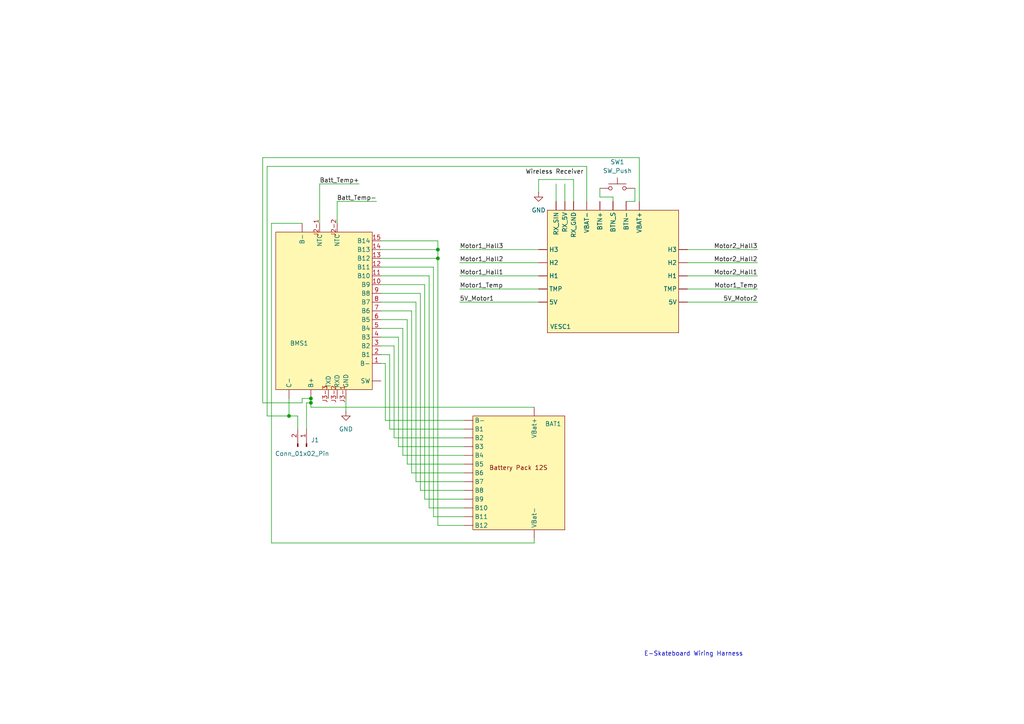
<source format=kicad_sch>
(kicad_sch (version 20250114) (generator "eeschema") (generator_version "9.0")
  (paper "A4")
  (lib_symbols
    (symbol "Connector:Conn_01x02_Pin" (pin_names (offset 1.016) (hide yes))
      (property "Reference" "J1" (at 1.9051 -3.81 90))
      (property "Value" "Conn_01x02_Pin" (at -0.6349 -3.81 90))
      (symbol "Conn_01x02_Pin_1_1"
        (rectangle (start 0.8636 0.127) (end 0 -0.127) (stroke (width 0.1524)) (fill (type outline)))
        (rectangle (start 0.8636 -2.413) (end 0 -2.667) (stroke (width 0.1524)) (fill (type outline)))
        (polyline (pts (xy 1.27 0) (xy 0.8636 0)) (stroke (width 0.1524)))
        (polyline (pts (xy 1.27 -2.54) (xy 0.8636 -2.54)) (stroke (width 0.1524)))
        (pin passive line (at 5.08 0 180) (length 3.81) (name "Pin_2") (number "2"))
        (pin passive line (at 5.08 -2.54 180) (length 3.81) (name "Pin_1") (number "1"))
      )
    )
    (symbol "Switch:SW_Push" (pin_numbers (hide yes)) (pin_names (offset 1.016) (hide yes))
      (property "Reference" "SW" (at 1.27 2.54 0))
      (property "Value" "SW_Push" (at 0 -1.524 0))
      (symbol "SW_Push_0_1"
        (circle (center -2.032 0) (radius 0.508))
        (polyline (pts (xy 0 1.27) (xy 0 3.048)))
        (circle (center 2.032 0) (radius 0.508))
        (polyline (pts (xy 2.54 1.27) (xy -2.54 1.27)))
        (pin passive line (at -5.08 0 0) (length 2.54) (name "1") (number "1"))
        (pin passive line (at 5.08 0 180) (length 2.54) (name "2") (number "2"))
      )
    )
    (symbol "harnessLibrary:12sBatteryPack"
      (property "Reference" "BAT1" (at 21.844 20.574 0))
      (property "Value" "~" (at -7.62 5.0801 0))
      (symbol "12sBatteryPack_1_1"
        (rectangle (start -3.81 22.86) (end 22.86 -10.16) (fill (type color) (color 255 248 179 1)))
        (text "Battery Pack 12S" (at 9.398 7.874 0) (effects (font (size 1.27 1.27))))
        (pin passive line (at -6.35 21.59 0) (length 2.54) (name "B-") (number ""))
        (pin passive line (at -6.35 19.05 0) (length 2.54) (name "B1") (number ""))
        (pin passive line (at -6.35 16.51 0) (length 2.54) (name "B2") (number ""))
        (pin passive line (at -6.35 13.97 0) (length 2.54) (name "B3") (number ""))
        (pin passive line (at -6.35 11.43 0) (length 2.54) (name "B4") (number ""))
        (pin passive line (at -6.35 8.89 0) (length 2.54) (name "B5") (number ""))
        (pin passive line (at -6.35 6.35 0) (length 2.54) (name "B6") (number ""))
        (pin passive line (at -6.35 3.81 0) (length 2.54) (name "B7") (number ""))
        (pin passive line (at -6.35 1.27 0) (length 2.54) (name "B8") (number ""))
        (pin passive line (at -6.35 -1.27 0) (length 2.54) (name "B9") (number ""))
        (pin passive line (at -6.35 -3.81 0) (length 2.54) (name "B10") (number ""))
        (pin passive line (at -6.35 -6.35 0) (length 2.54) (name "B11") (number ""))
        (pin passive line (at -6.35 -8.89 0) (length 2.54) (name "B12") (number ""))
        (pin output line (at 13.97 25.4 270) (length 2.54) (name "VBat+") (number ""))
        (pin output line (at 13.97 -12.7 90) (length 2.54) (name "VBat-") (number ""))
      )
    )
    (symbol "harnessLibrary:Dual_FSESC4.20"
      (property "Reference" "VESC1" (at -51.308 9.398 0))
      (symbol "Dual_FSESC4.20_1_1"
        (rectangle (start -52.07 43.18) (end -13.97 7.62) (fill (type color) (color 255 248 179 1)))
        (pin input line (at -54.61 31.75 0) (length 2.54) (name "H3") (number ""))
        (pin input line (at -54.61 27.94 0) (length 2.54) (name "H2") (number ""))
        (pin input line (at -54.61 24.13 0) (length 2.54) (name "H1") (number ""))
        (pin input line (at -54.61 20.32 0) (length 2.54) (name "TMP") (number ""))
        (pin output line (at -54.61 16.51 0) (length 2.54) (name "5V") (number ""))
        (pin input line (at -49.53 45.72 270) (length 2.54) (name "RX_SIN") (number ""))
        (pin power_out line (at -46.99 45.72 270) (length 2.54) (name "RX_5V") (number ""))
        (pin power_out line (at -44.45 45.72 270) (length 2.54) (name "RX_GND") (number ""))
        (pin input line (at -40.64 45.72 270) (length 2.54) (name "VBAT-") (number ""))
        (pin power_out line (at -36.83 45.72 270) (length 2.54) (name "BTN+") (number ""))
        (pin input line (at -33.02 45.72 270) (length 2.54) (name "BTN_S") (number ""))
        (pin power_out line (at -29.21 45.72 270) (length 2.54) (name "BTN-") (number ""))
        (pin input line (at -25.4 45.72 270) (length 2.54) (name "VBAT+") (number ""))
        (pin input line (at -11.43 31.75 180) (length 2.54) (name "H3") (number ""))
        (pin input line (at -11.43 27.94 180) (length 2.54) (name "H2") (number ""))
        (pin input line (at -11.43 24.13 180) (length 2.54) (name "H1") (number ""))
        (pin input line (at -11.43 20.32 180) (length 2.54) (name "TMP") (number ""))
        (pin output line (at -11.43 16.51 180) (length 2.54) (name "5V") (number ""))
      )
    )
    (symbol "harnessLibrary:SP14S004"
      (property "Reference" "BMS1" (at -26.924 37.338 0))
      (symbol "SP14S004_1_1"
        (rectangle (start -50.8 50.8) (end -22.86 5.08) (fill (type color) (color 255 248 179 1)))
        (pin input line (at -53.34 48.26 0) (length 2.54) (name "SW") (number ""))
        (pin passive line (at -53.34 43.18 0) (length 2.54) (name "B-") (number "1"))
        (pin passive line (at -53.34 40.64 0) (length 2.54) (name "B1") (number "2"))
        (pin passive line (at -53.34 38.1 0) (length 2.54) (name "B2") (number "3"))
        (pin passive line (at -53.34 35.56 0) (length 2.54) (name "B3") (number "4"))
        (pin passive line (at -53.34 33.02 0) (length 2.54) (name "B4") (number "5"))
        (pin passive line (at -53.34 30.48 0) (length 2.54) (name "B5") (number "6"))
        (pin passive line (at -53.34 27.94 0) (length 2.54) (name "B6") (number "7"))
        (pin passive line (at -53.34 25.4 0) (length 2.54) (name "B7") (number "8"))
        (pin passive line (at -53.34 22.86 0) (length 2.54) (name "B8") (number "9"))
        (pin passive line (at -53.34 20.32 0) (length 2.54) (name "B9") (number "10"))
        (pin passive line (at -53.34 17.78 0) (length 2.54) (name "B10") (number "11"))
        (pin passive line (at -53.34 15.24 0) (length 2.54) (name "B11") (number "12"))
        (pin passive line (at -53.34 12.7 0) (length 2.54) (name "B12") (number "13"))
        (pin passive line (at -53.34 10.16 0) (length 2.54) (name "B13") (number "14"))
        (pin passive line (at -53.34 7.62 0) (length 2.54) (name "B14") (number "15"))
        (pin power_out line (at -43.18 53.34 270) (length 2.54) (name "GND") (number "J3-1"))
        (pin input line (at -40.64 53.34 270) (length 2.54) (name "RXD") (number "J3-2"))
        (pin passive line (at -40.64 2.54 90) (length 2.54) (name "NTC") (number "J2-2"))
        (pin output line (at -38.1 53.34 270) (length 2.54) (name "TXD") (number "J3-3"))
        (pin passive line (at -35.56 2.54 90) (length 2.54) (name "NTC") (number "J2-1"))
        (pin power_in line (at -33.02 53.34 270) (length 2.54) (name "B+") (number ""))
        (pin power_in line (at -30.48 2.54 90) (length 2.54) (name "B-") (number ""))
        (pin power_out line (at -26.67 53.34 270) (length 2.54) (name "C-") (number ""))
      )
    )
    (symbol "power:GND" (power) (pin_numbers (hide yes)) (pin_names (offset 0) (hide yes))
      (property "Value" "GND" (at 0 -3.81 0))
      (symbol "GND_0_1"
        (polyline (pts (xy 0 0) (xy 0 -1.27) (xy 1.27 -1.27) (xy 0 -2.54) (xy -1.27 -1.27) (xy 0 -1.27)))
      )
      (symbol "GND_1_1"
        (pin power_in line (at 0 0 270) (length 0) (name "~") (number "1"))
      )
    )
  )
  (text "E-Skateboard Wiring Harness" (at 201.168 189.738 0) (effects (font (size 1.27 1.27))))
  (junction (at 90.17 116.84))
  (junction (at 127 72.39))
  (junction (at 90.17 115.57))
  (junction (at 127 74.93))
  (junction (at 83.82 120.65))
  (wire (pts (xy 199.39 83.82) (xy 219.71 83.82)))
  (wire (pts (xy 90.17 118.11) (xy 154.94 118.11)))
  (wire (pts (xy 116.84 95.25) (xy 116.84 132.08)))
  (wire (pts (xy 110.49 77.47) (xy 125.73 77.47)))
  (wire (pts (xy 133.35 83.82) (xy 156.21 83.82)))
  (wire (pts (xy 127 72.39) (xy 127 74.93)))
  (wire (pts (xy 120.65 139.7) (xy 134.62 139.7)))
  (wire (pts (xy 110.49 90.17) (xy 119.38 90.17)))
  (wire (pts (xy 125.73 149.86) (xy 134.62 149.86)))
  (wire (pts (xy 125.73 77.47) (xy 125.73 149.86)))
  (wire (pts (xy 111.76 105.41) (xy 111.76 121.92)))
  (wire (pts (xy 90.17 115.57) (xy 90.17 116.84)))
  (wire (pts (xy 177.8 57.15) (xy 173.99 57.15)))
  (wire (pts (xy 86.36 120.65) (xy 83.82 120.65)))
  (wire (pts (xy 115.57 129.54) (xy 134.62 129.54)))
  (wire (pts (xy 166.37 52.07) (xy 166.37 58.42)))
  (wire (pts (xy 163.83 53.34) (xy 163.83 58.42)))
  (wire (pts (xy 118.11 134.62) (xy 134.62 134.62)))
  (wire (pts (xy 92.71 53.34) (xy 92.71 64.77)))
  (wire (pts (xy 110.49 105.41) (xy 111.76 105.41)))
  (wire (pts (xy 219.71 76.2) (xy 199.39 76.2)))
  (wire (pts (xy 114.3 100.33) (xy 114.3 127)))
  (wire (pts (xy 87.63 116.84) (xy 76.2 116.84)))
  (wire (pts (xy 110.49 97.79) (xy 115.57 97.79)))
  (wire (pts (xy 87.63 115.57) (xy 90.17 115.57)))
  (wire (pts (xy 87.63 64.77) (xy 78.74 64.77)))
  (wire (pts (xy 133.35 87.63) (xy 156.21 87.63)))
  (wire (pts (xy 113.03 124.46) (xy 134.62 124.46)))
  (wire (pts (xy 88.9 116.84) (xy 88.9 124.46)))
  (wire (pts (xy 177.8 58.42) (xy 177.8 57.15)))
  (wire (pts (xy 83.82 115.57) (xy 83.82 120.65)))
  (wire (pts (xy 170.18 48.26) (xy 170.18 58.42)))
  (wire (pts (xy 77.47 48.26) (xy 77.47 120.65)))
  (wire (pts (xy 123.19 82.55) (xy 123.19 144.78)))
  (wire (pts (xy 88.9 116.84) (xy 90.17 116.84)))
  (wire (pts (xy 120.65 87.63) (xy 120.65 139.7)))
  (wire (pts (xy 110.49 74.93) (xy 127 74.93)))
  (wire (pts (xy 110.49 92.71) (xy 118.11 92.71)))
  (wire (pts (xy 199.39 72.39) (xy 219.71 72.39)))
  (wire (pts (xy 90.17 116.84) (xy 90.17 118.11)))
  (wire (pts (xy 133.35 72.39) (xy 156.21 72.39)))
  (wire (pts (xy 118.11 92.71) (xy 118.11 134.62)))
  (wire (pts (xy 97.79 58.42) (xy 97.79 64.77)))
  (wire (pts (xy 124.46 147.32) (xy 134.62 147.32)))
  (wire (pts (xy 110.49 95.25) (xy 116.84 95.25)))
  (wire (pts (xy 124.46 80.01) (xy 124.46 147.32)))
  (wire (pts (xy 119.38 137.16) (xy 134.62 137.16)))
  (wire (pts (xy 156.21 80.01) (xy 133.35 80.01)))
  (wire (pts (xy 154.94 156.21) (xy 154.94 157.48)))
  (wire (pts (xy 78.74 157.48) (xy 154.94 157.48)))
  (wire (pts (xy 77.47 120.65) (xy 83.82 120.65)))
  (wire (pts (xy 181.61 58.42) (xy 184.15 58.42)))
  (wire (pts (xy 113.03 102.87) (xy 113.03 124.46)))
  (wire (pts (xy 87.63 115.57) (xy 87.63 116.84)))
  (wire (pts (xy 119.38 90.17) (xy 119.38 137.16)))
  (wire (pts (xy 114.3 127) (xy 134.62 127)))
  (wire (pts (xy 76.2 45.72) (xy 185.42 45.72)))
  (wire (pts (xy 97.79 58.42) (xy 109.22 58.42)))
  (wire (pts (xy 121.92 142.24) (xy 134.62 142.24)))
  (wire (pts (xy 110.49 100.33) (xy 114.3 100.33)))
  (wire (pts (xy 110.49 82.55) (xy 123.19 82.55)))
  (wire (pts (xy 166.37 52.07) (xy 156.21 52.07)))
  (wire (pts (xy 110.49 80.01) (xy 124.46 80.01)))
  (wire (pts (xy 185.42 45.72) (xy 185.42 58.42)))
  (wire (pts (xy 76.2 116.84) (xy 76.2 45.72)))
  (wire (pts (xy 156.21 52.07) (xy 156.21 55.88)))
  (wire (pts (xy 110.49 72.39) (xy 127 72.39)))
  (wire (pts (xy 78.74 64.77) (xy 78.74 157.48)))
  (wire (pts (xy 133.35 76.2) (xy 156.21 76.2)))
  (wire (pts (xy 86.36 124.46) (xy 86.36 120.65)))
  (wire (pts (xy 184.15 58.42) (xy 184.15 54.61)))
  (wire (pts (xy 111.76 121.92) (xy 134.62 121.92)))
  (wire (pts (xy 127 69.85) (xy 127 72.39)))
  (wire (pts (xy 110.49 85.09) (xy 121.92 85.09)))
  (wire (pts (xy 110.49 102.87) (xy 113.03 102.87)))
  (wire (pts (xy 127 74.93) (xy 127 152.4)))
  (wire (pts (xy 173.99 57.15) (xy 173.99 54.61)))
  (wire (pts (xy 77.47 48.26) (xy 170.18 48.26)))
  (wire (pts (xy 100.33 115.57) (xy 100.33 119.38)))
  (wire (pts (xy 121.92 85.09) (xy 121.92 142.24)))
  (wire (pts (xy 161.29 53.34) (xy 161.29 58.42)))
  (wire (pts (xy 127 152.4) (xy 134.62 152.4)))
  (wire (pts (xy 110.49 69.85) (xy 127 69.85)))
  (wire (pts (xy 115.57 97.79) (xy 115.57 129.54)))
  (wire (pts (xy 110.49 87.63) (xy 120.65 87.63)))
  (wire (pts (xy 116.84 132.08) (xy 134.62 132.08)))
  (wire (pts (xy 123.19 144.78) (xy 134.62 144.78)))
  (wire (pts (xy 219.71 80.01) (xy 199.39 80.01)))
  (wire (pts (xy 92.71 53.34) (xy 104.14 53.34)))
  (wire (pts (xy 199.39 87.63) (xy 219.71 87.63)))
  (label "Motor1_Hall2" (at 133.35 76.2 0))
  (label "Motor2_Hall1" (at 219.71 80.01 180))
  (label "5V_Motor2" (at 219.71 87.63 180))
  (label "Batt_Temp-" (at 109.22 58.42 180))
  (label "Motor1_Hall3" (at 133.35 72.39 0))
  (label "Motor2_Hall3" (at 219.71 72.39 180))
  (label "5V_Motor1" (at 133.35 87.63 0))
  (label "Batt_Temp+" (at 92.71 53.34 0))
  (label "Motor1_Temp" (at 219.71 83.82 180))
  (label "Motor2_Hall2" (at 219.71 76.2 180))
  (label "Motor1_Temp" (at 133.35 83.82 0))
  (label "Motor1_Hall1" (at 133.35 80.01 0))
  (label "Wireless Receiver" (at 152.4 50.8 0))
  (symbol (lib_id "harnessLibrary:12sBatteryPack") (at 140.97 143.51 0) (unit 1)
    (property "Reference" "BAT1" (at 162.814 122.936 0) (effects (justify right)))
  )
  (symbol (lib_id "power:GND") (at 100.33 119.38 0) (unit 1)
    (property "Reference" "#PWR01" (effects (hide yes)))
    (property "Value" "GND" (at 100.33 124.46 0))
    (property "Description" "Power symbol creates a global label with name \"GND\" , ground" (effects (hide yes)))
  )
  (symbol (lib_id "harnessLibrary:SP14S004") (at 57.15 62.23 180) (unit 1)
    (property "Reference" "BMS1" (at 84.074 99.568 0) (effects (justify right)))
  )
  (symbol (lib_id "Connector:Conn_01x02_Pin") (at 86.36 129.54 90) (unit 1)
    (property "Reference" "J1" (at 90.17 127.6349 90) (effects (justify right)))
    (property "Value" "Conn_01x02_Pin" (at 79.756 131.572 90) (effects (justify right)))
    (property "Description" "Generic connector, single row, 01x02, script generated" (effects (hide yes)))
  )
  (symbol (lib_id "power:GND") (at 156.21 55.88 0) (unit 1)
    (property "Reference" "#PWR02" (effects (hide yes)))
    (property "Value" "GND" (at 156.21 60.96 0))
    (property "Description" "Power symbol creates a global label with name \"GND\" , ground" (effects (hide yes)))
  )
  (symbol (lib_id "harnessLibrary:Dual_FSESC4.20") (at 210.82 104.14 0) (unit 1)
    (property "Reference" "VESC1" (at 159.512 94.742 0) (effects (justify left)))
  )
  (symbol (lib_id "Switch:SW_Push") (at 179.07 54.61 0) (unit 1)
    (property "Reference" "SW1" (at 179.07 46.99 0))
    (property "Value" "SW_Push" (at 179.07 49.53 0))
    (property "Description" "Push button switch, generic, two pins" (effects (hide yes)))
  )
)
</source>
